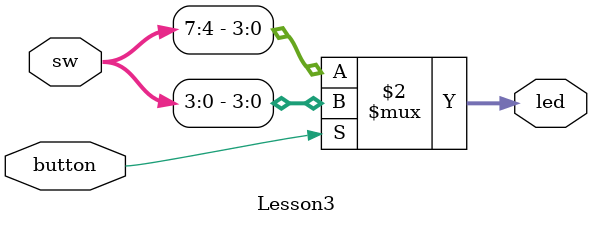
<source format=v>
module Lesson3(sw, led, button);
	input [7:0] sw;
	input button;
	output [3:0] led;
	assign led=(button==1'b1) ? sw[3:0] : sw[7:4];
endmodule
</source>
